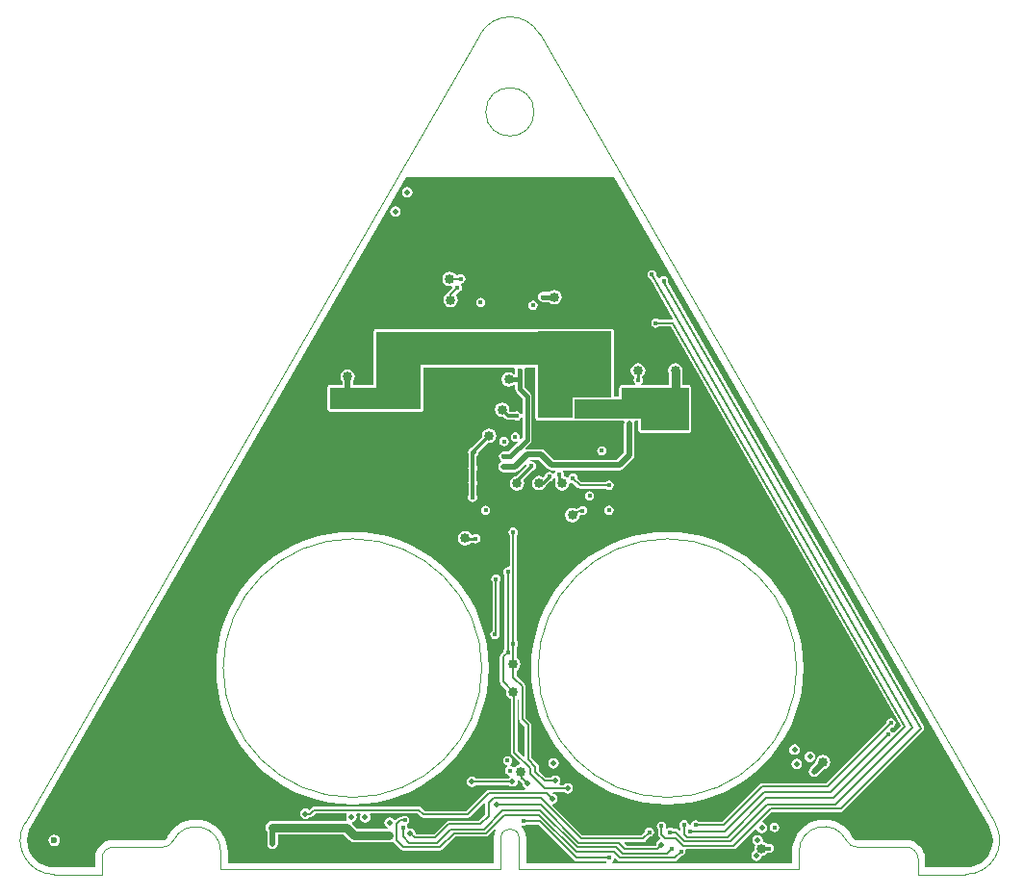
<source format=gbl>
G04*
G04 #@! TF.GenerationSoftware,Altium Limited,Altium Designer,19.0.12 (326)*
G04*
G04 Layer_Physical_Order=4*
G04 Layer_Color=16711680*
%FSLAX44Y44*%
%MOMM*%
G71*
G01*
G75*
%ADD19C,0.0500*%
%ADD79C,0.3810*%
%ADD80C,0.3048*%
%ADD81C,0.5080*%
%ADD82C,0.2540*%
%ADD83C,0.1778*%
%ADD84C,0.4318*%
%ADD120C,0.4064*%
%ADD121C,0.5080*%
%ADD122C,0.6000*%
%ADD129C,0.8500*%
%ADD130C,0.7620*%
%ADD131R,4.2164X3.7084*%
%ADD132R,5.9182X2.7178*%
%ADD133R,3.9878X6.8580*%
%ADD134R,3.2512X1.9812*%
%ADD135R,13.6144X2.9972*%
%ADD136R,1.5031X0.9652*%
%ADD137R,3.0480X1.9558*%
%ADD138R,6.5278X4.7244*%
%ADD139R,3.0226X3.1496*%
%ADD140R,5.0292X1.3208*%
%ADD141R,8.2804X1.6764*%
G36*
X409010Y123592D02*
Y106426D01*
X409236Y105286D01*
X409882Y104320D01*
X414090Y100112D01*
Y73873D01*
X412916Y73387D01*
X407600Y78704D01*
Y124228D01*
X407740Y124311D01*
X409010Y123592D01*
D02*
G37*
G36*
X379292Y32384D02*
Y22824D01*
X373551Y17083D01*
X346853D01*
X345713Y16856D01*
X344747Y16211D01*
X334054Y5518D01*
X318978D01*
X317844Y6088D01*
X317489Y7872D01*
X316478Y9384D01*
X314966Y10395D01*
X313182Y10750D01*
X312342Y10582D01*
X311273Y10714D01*
X310962Y11504D01*
X310800Y12319D01*
X310433Y12869D01*
X310020Y13779D01*
X310756Y14496D01*
X311286Y14850D01*
X312184Y16194D01*
X312500Y17780D01*
X312184Y19366D01*
X311286Y20710D01*
X309942Y21608D01*
X308356Y21924D01*
X306770Y21608D01*
X305498Y20758D01*
X304696D01*
X303556Y20531D01*
X302590Y19886D01*
X300540Y17836D01*
X298947Y18038D01*
X298444Y18790D01*
X296932Y19801D01*
X295148Y20156D01*
X293364Y19801D01*
X291852Y18790D01*
X290841Y17278D01*
X290486Y15494D01*
X290841Y13710D01*
X291852Y12198D01*
X293364Y11187D01*
X293367Y11187D01*
X293242Y9917D01*
X266731D01*
X261962Y14686D01*
X262380Y16064D01*
X263404Y16267D01*
X264916Y17278D01*
X265927Y18790D01*
X266282Y20574D01*
X265927Y22358D01*
X265784Y22572D01*
X266383Y23692D01*
X268785D01*
X269464Y22422D01*
X269251Y22104D01*
X268896Y20320D01*
X269251Y18536D01*
X270262Y17024D01*
X271774Y16013D01*
X273558Y15658D01*
X275342Y16013D01*
X276854Y17024D01*
X277865Y18536D01*
X278220Y20320D01*
X277865Y22104D01*
X277652Y22422D01*
X278331Y23692D01*
X319670D01*
X322608Y20754D01*
X323574Y20108D01*
X324714Y19882D01*
X363760D01*
X364900Y20108D01*
X365866Y20754D01*
X378022Y32910D01*
X379292Y32384D01*
D02*
G37*
G36*
X457626Y-17600D02*
X458593Y-18246D01*
X459732Y-18472D01*
X485501D01*
X486115Y-19091D01*
X485683Y-20361D01*
X415036D01*
Y2018D01*
X415036Y2018D01*
X415039D01*
X414557Y5681D01*
X413143Y9094D01*
X411009Y11875D01*
X411171Y12395D01*
X411656Y13041D01*
X412496Y12874D01*
X414082Y13190D01*
X415354Y14040D01*
X425987D01*
X457626Y-17600D01*
D02*
G37*
G36*
X492383Y583615D02*
X822438Y11943D01*
X822450Y11930D01*
X823916Y9186D01*
X825280Y4692D01*
X825740Y18D01*
X825280Y-4656D01*
X823916Y-9150D01*
X821702Y-13291D01*
X818723Y-16922D01*
X815093Y-19901D01*
X810951Y-22115D01*
X806457Y-23478D01*
X802142Y-23903D01*
X801784Y-23832D01*
X765934D01*
Y-15982D01*
X765853Y-15578D01*
X765584Y-12839D01*
X764667Y-9817D01*
X763178Y-7032D01*
X761175Y-4591D01*
X758734Y-2587D01*
X755948Y-1099D01*
X752926Y-182D01*
X750188Y88D01*
X749783Y168D01*
X706059D01*
X705891Y135D01*
X704560Y400D01*
X703289Y1249D01*
X702572Y2322D01*
X702572Y2322D01*
X702337Y2784D01*
X701960Y3400D01*
X700032Y6546D01*
X697166Y9901D01*
X693811Y12766D01*
X690049Y15072D01*
X685973Y16760D01*
X681682Y17790D01*
X677283Y18137D01*
X672885Y17790D01*
X668594Y16760D01*
X664518Y15072D01*
X660756Y12766D01*
X657401Y9901D01*
X654535Y6546D01*
X652230Y2784D01*
X650541Y-1293D01*
X649511Y-5583D01*
X649185Y-9720D01*
X649133Y-9982D01*
X649133D01*
X649133Y-9982D01*
Y-20361D01*
X490759D01*
X490373Y-19091D01*
X491372Y-18424D01*
X492270Y-17080D01*
X492419Y-16334D01*
X493797Y-15916D01*
X495480Y-17600D01*
X496446Y-18246D01*
X497586Y-18472D01*
X545547D01*
X546687Y-18246D01*
X547653Y-17600D01*
X551439Y-13814D01*
X552939Y-13515D01*
X554283Y-12617D01*
X555182Y-11273D01*
X555497Y-9687D01*
X555325Y-8820D01*
X556225Y-7550D01*
X597662D01*
X598802Y-7323D01*
X599768Y-6678D01*
X616673Y10228D01*
X618051Y9809D01*
X618185Y9138D01*
X619195Y7626D01*
X620708Y6615D01*
X622492Y6260D01*
X624276Y6615D01*
X625788Y7626D01*
X626798Y9138D01*
X627153Y10922D01*
X626798Y12706D01*
X625788Y14218D01*
X624276Y15229D01*
X623604Y15362D01*
X623186Y16740D01*
X631512Y25066D01*
X692000D01*
X693140Y25292D01*
X694106Y25938D01*
X764487Y96319D01*
X764594Y96480D01*
X764740Y96607D01*
X764914Y96959D01*
X765133Y97285D01*
X765170Y97475D01*
X765256Y97648D01*
X765283Y98040D01*
X765359Y98425D01*
X765322Y98615D01*
X765334Y98808D01*
X765209Y99180D01*
X765133Y99565D01*
X765025Y99726D01*
X764963Y99909D01*
X540047Y491293D01*
X540238Y492252D01*
X539922Y493838D01*
X539024Y495182D01*
X537680Y496080D01*
X536094Y496396D01*
X534508Y496080D01*
X533164Y495182D01*
X532618Y494365D01*
X531169Y494338D01*
X529800Y496721D01*
X529982Y497637D01*
X529667Y499222D01*
X528769Y500567D01*
X527424Y501465D01*
X525839Y501780D01*
X524253Y501465D01*
X522909Y500567D01*
X522010Y499222D01*
X521695Y497637D01*
X522010Y496051D01*
X522909Y494707D01*
X524253Y493809D01*
X524649Y493730D01*
X544528Y459137D01*
X544478Y458884D01*
X543779Y457892D01*
X532130D01*
X530858Y458742D01*
X529272Y459058D01*
X527686Y458742D01*
X526342Y457844D01*
X525444Y456500D01*
X525128Y454914D01*
X525444Y453328D01*
X526342Y451984D01*
X527686Y451086D01*
X529272Y450770D01*
X530858Y451086D01*
X532130Y451936D01*
X542546D01*
X744502Y100506D01*
X738597Y94601D01*
X737213Y95013D01*
X736466Y96132D01*
X735652Y96676D01*
X735359Y98179D01*
X736304Y99124D01*
X737805Y99423D01*
X739149Y100321D01*
X740047Y101665D01*
X740363Y103251D01*
X740047Y104837D01*
X739149Y106181D01*
X737805Y107079D01*
X736219Y107395D01*
X734633Y107079D01*
X733289Y106181D01*
X732391Y104837D01*
X732092Y103336D01*
X678978Y50222D01*
X622554D01*
X621414Y49995D01*
X620448Y49350D01*
X587538Y16440D01*
X567038D01*
X565766Y17290D01*
X564180Y17606D01*
X562594Y17290D01*
X561250Y16392D01*
X560352Y15048D01*
X560036Y13462D01*
X559222Y13309D01*
X558324Y13656D01*
X558008Y15241D01*
X557110Y16586D01*
X555766Y17484D01*
X554180Y17799D01*
X552594Y17484D01*
X551250Y16586D01*
X550352Y15241D01*
X550036Y13656D01*
X550352Y12070D01*
X551202Y10798D01*
Y8643D01*
X550028Y8157D01*
X548905Y9281D01*
X547939Y9926D01*
X546799Y10153D01*
X544640D01*
X543368Y11003D01*
X541782Y11318D01*
X540196Y11003D01*
X539076Y10254D01*
X538647Y10474D01*
X538023Y10976D01*
X538306Y12397D01*
X537990Y13983D01*
X537092Y15327D01*
X535748Y16225D01*
X534162Y16541D01*
X532576Y16225D01*
X531232Y15327D01*
X530334Y13983D01*
X530018Y12397D01*
X530334Y10812D01*
X531184Y9539D01*
Y5561D01*
X531410Y4421D01*
X532056Y3455D01*
X533419Y2091D01*
X533002Y713D01*
X532396Y593D01*
X530884Y-418D01*
X529873Y-1930D01*
X529518Y-3714D01*
X528551Y-4642D01*
X503392D01*
X501377Y-2628D01*
X501863Y-1454D01*
X518030D01*
X519169Y-1227D01*
X520135Y-582D01*
X523833Y3116D01*
X525334Y3414D01*
X526678Y4312D01*
X527576Y5657D01*
X527892Y7242D01*
X527576Y8828D01*
X526678Y10172D01*
X525334Y11071D01*
X523748Y11386D01*
X522162Y11071D01*
X520818Y10172D01*
X519920Y8828D01*
X519621Y7327D01*
X516796Y4502D01*
X464784D01*
X438581Y30705D01*
X438999Y32083D01*
X439934Y32269D01*
X441446Y33280D01*
X442457Y34792D01*
X442812Y36576D01*
X442457Y38360D01*
X441446Y39872D01*
X439934Y40883D01*
X438572Y41154D01*
X438336Y41472D01*
X438974Y42741D01*
X438977Y42742D01*
X448189D01*
X448402Y42424D01*
X449914Y41413D01*
X451698Y41058D01*
X453482Y41413D01*
X454994Y42424D01*
X456005Y43936D01*
X456360Y45720D01*
X456005Y47504D01*
X454994Y49016D01*
X453482Y50027D01*
X451698Y50382D01*
X449914Y50027D01*
X448402Y49016D01*
X448189Y48698D01*
X445293D01*
X444615Y49968D01*
X444997Y50540D01*
X445352Y52324D01*
X444997Y54108D01*
X443986Y55620D01*
X442474Y56631D01*
X440690Y56986D01*
X438906Y56631D01*
X437394Y55620D01*
X437181Y55302D01*
X432553D01*
X426396Y61459D01*
Y64580D01*
X426170Y65720D01*
X425524Y66686D01*
X420046Y72164D01*
Y101346D01*
X419819Y102486D01*
X419174Y103452D01*
X414966Y107660D01*
Y135163D01*
X414739Y136303D01*
X414094Y137269D01*
X406838Y144525D01*
Y149375D01*
X408389Y150411D01*
X409777Y152489D01*
X410265Y154940D01*
X409777Y157391D01*
X408389Y159469D01*
X406838Y160505D01*
Y170116D01*
X407688Y171388D01*
X408004Y172974D01*
X407688Y174560D01*
X406838Y175832D01*
Y268160D01*
X407688Y269432D01*
X408004Y271018D01*
X407688Y272604D01*
X406790Y273948D01*
X405446Y274846D01*
X403860Y275162D01*
X402274Y274846D01*
X400930Y273948D01*
X400032Y272604D01*
X399716Y271018D01*
X400032Y269432D01*
X400882Y268160D01*
Y241284D01*
X399612Y240249D01*
X399034Y240364D01*
X397448Y240048D01*
X396104Y239150D01*
X395206Y237806D01*
X394890Y236220D01*
X395206Y234634D01*
X396056Y233362D01*
Y168466D01*
X395206Y167194D01*
X394907Y165693D01*
X392864Y163650D01*
X392219Y162684D01*
X391992Y161544D01*
Y139446D01*
X392219Y138306D01*
X392864Y137340D01*
X397819Y132385D01*
X397455Y130556D01*
X397943Y128105D01*
X399331Y126027D01*
X401409Y124639D01*
X401644Y124592D01*
Y77470D01*
X401870Y76330D01*
X402516Y75364D01*
X409724Y68156D01*
X409306Y66778D01*
X407794Y66477D01*
X405716Y65089D01*
X405085Y64144D01*
X403816D01*
X402472Y65042D01*
X401239Y65287D01*
X400859Y66459D01*
X400857Y66560D01*
X401776Y67174D01*
X402674Y68518D01*
X402990Y70104D01*
X402674Y71690D01*
X401776Y73034D01*
X400432Y73932D01*
X398846Y74248D01*
X397260Y73932D01*
X395916Y73034D01*
X395018Y71690D01*
X394702Y70104D01*
X395018Y68518D01*
X395916Y67174D01*
X397260Y66276D01*
X398493Y66031D01*
X398873Y64859D01*
X398875Y64758D01*
X397956Y64144D01*
X397058Y62800D01*
X396743Y61214D01*
X397058Y59628D01*
X397956Y58284D01*
X399300Y57386D01*
X400547Y57138D01*
X400924Y56015D01*
X400929Y55866D01*
X399802Y55112D01*
X399505Y54667D01*
X370962D01*
X370834Y54858D01*
X369322Y55869D01*
X367538Y56224D01*
X365754Y55869D01*
X364242Y54858D01*
X363231Y53346D01*
X362876Y51562D01*
X363231Y49778D01*
X364242Y48266D01*
X365754Y47255D01*
X367538Y46900D01*
X369322Y47255D01*
X370834Y48266D01*
X371132Y48711D01*
X399674D01*
X399802Y48520D01*
X401314Y47509D01*
X403098Y47154D01*
X404882Y47509D01*
X406394Y48520D01*
X407405Y50032D01*
X407760Y51816D01*
X407677Y52234D01*
X407915Y52711D01*
X408750Y53348D01*
X408793Y53337D01*
X408866Y53291D01*
X409426Y52452D01*
X409519Y52359D01*
X409628Y52196D01*
X411719Y50105D01*
X411644Y49730D01*
X411999Y47946D01*
X413010Y46434D01*
X414182Y45650D01*
X413797Y44380D01*
X382302D01*
X381162Y44153D01*
X380196Y43508D01*
X362526Y25838D01*
X325947D01*
X323010Y28776D01*
X322044Y29422D01*
X320904Y29648D01*
X228346D01*
X227206Y29422D01*
X226240Y28776D01*
X224208Y26744D01*
X222815Y27675D01*
X221031Y28030D01*
X219248Y27675D01*
X217735Y26664D01*
X216725Y25152D01*
X216370Y23368D01*
X216725Y21584D01*
X217735Y20072D01*
X219248Y19061D01*
X221031Y18706D01*
X222815Y19061D01*
X224328Y20072D01*
X224479Y20298D01*
X224952D01*
X226092Y20524D01*
X227058Y21170D01*
X229580Y23692D01*
X256857D01*
X257456Y22572D01*
X257313Y22358D01*
X256958Y20574D01*
X257313Y18790D01*
X257505Y18503D01*
X256962Y17553D01*
X256754Y17341D01*
X191516D01*
X189237Y16887D01*
X187304Y15596D01*
X186013Y13663D01*
X185560Y11384D01*
X186013Y9105D01*
X187304Y7172D01*
X187332Y7153D01*
Y-3228D01*
X187687Y-5012D01*
X188698Y-6524D01*
X190210Y-7534D01*
X191994Y-7889D01*
X193778Y-7534D01*
X195290Y-6524D01*
X196301Y-5012D01*
X196656Y-3228D01*
Y5428D01*
X254373D01*
X260052Y-252D01*
X261984Y-1543D01*
X264264Y-1996D01*
X264264Y-1996D01*
X294386D01*
X296665Y-1543D01*
X297478Y-1000D01*
X298493Y-1420D01*
X299138Y-2386D01*
X304840Y-8088D01*
X305806Y-8734D01*
X306946Y-8960D01*
X339545D01*
X340685Y-8734D01*
X341651Y-8088D01*
X352878Y3139D01*
X379731D01*
X380871Y3365D01*
X381837Y4011D01*
X387595Y9769D01*
X388629Y9094D01*
X387215Y5681D01*
X386733Y2018D01*
X386736D01*
Y-20361D01*
X152639D01*
Y-9982D01*
X152587Y-9720D01*
X152261Y-5583D01*
X151231Y-1293D01*
X149543Y2784D01*
X147237Y6546D01*
X144372Y9901D01*
X141016Y12766D01*
X137254Y15072D01*
X133178Y16760D01*
X128887Y17790D01*
X124489Y18137D01*
X120090Y17790D01*
X115800Y16760D01*
X111723Y15072D01*
X107961Y12766D01*
X104606Y9901D01*
X101740Y6546D01*
X99812Y3400D01*
X99435Y2784D01*
X99200Y2322D01*
X99200Y2322D01*
X98483Y1249D01*
X97212Y400D01*
X95881Y135D01*
X95714Y168D01*
X51989D01*
X51584Y88D01*
X48846Y-182D01*
X45824Y-1099D01*
X43039Y-2587D01*
X40597Y-4591D01*
X38594Y-7032D01*
X37105Y-9817D01*
X36189Y-12839D01*
X35919Y-15578D01*
X35838Y-15982D01*
Y-23832D01*
X-11D01*
X-370Y-23903D01*
X-4685Y-23478D01*
X-9179Y-22115D01*
X-13321Y-19901D01*
X-16951Y-16922D01*
X-19930Y-13291D01*
X-22144Y-9150D01*
X-23507Y-4656D01*
X-23968Y18D01*
X-23507Y4692D01*
X-22144Y9186D01*
X-20677Y11930D01*
X-20666Y11943D01*
X309389Y583615D01*
X492383Y583615D01*
D02*
G37*
%LPC*%
G36*
X310642Y574892D02*
X308858Y574537D01*
X307346Y573526D01*
X306335Y572014D01*
X305980Y570230D01*
X306335Y568446D01*
X307346Y566934D01*
X308858Y565923D01*
X310642Y565568D01*
X312426Y565923D01*
X313938Y566934D01*
X314949Y568446D01*
X315304Y570230D01*
X314949Y572014D01*
X313938Y573526D01*
X312426Y574537D01*
X310642Y574892D01*
D02*
G37*
G36*
X300228Y557700D02*
X298444Y557345D01*
X296932Y556334D01*
X295921Y554822D01*
X295566Y553038D01*
X295921Y551254D01*
X296932Y549742D01*
X298444Y548732D01*
X300228Y548377D01*
X302012Y548732D01*
X303524Y549742D01*
X304535Y551254D01*
X304890Y553038D01*
X304535Y554822D01*
X303524Y556334D01*
X302012Y557345D01*
X300228Y557700D01*
D02*
G37*
G36*
X440182Y484433D02*
X437731Y483946D01*
X435653Y482557D01*
X435482Y482301D01*
X429514D01*
X427879Y481976D01*
X426492Y481050D01*
X425566Y479663D01*
X425241Y478028D01*
X425566Y476393D01*
X426492Y475006D01*
X427879Y474080D01*
X429514Y473755D01*
X435482D01*
X435653Y473499D01*
X437731Y472110D01*
X440182Y471623D01*
X442633Y472110D01*
X444711Y473499D01*
X446100Y475577D01*
X446587Y478028D01*
X446100Y480479D01*
X444711Y482557D01*
X442633Y483946D01*
X440182Y484433D01*
D02*
G37*
G36*
X347980Y500435D02*
X345529Y499948D01*
X343451Y498559D01*
X342062Y496481D01*
X341575Y494030D01*
X342062Y491579D01*
X343451Y489501D01*
X345529Y488112D01*
X347980Y487625D01*
X349052Y487838D01*
X350187Y486874D01*
X350178Y485936D01*
X346636Y482394D01*
X345990Y481428D01*
X345939Y481171D01*
X344213Y480017D01*
X342825Y477939D01*
X342337Y475488D01*
X342825Y473037D01*
X344213Y470959D01*
X346291Y469571D01*
X348742Y469083D01*
X351193Y469571D01*
X353271Y470959D01*
X354660Y473037D01*
X355147Y475488D01*
X354660Y477939D01*
X353271Y480017D01*
X353218Y480553D01*
X354923Y482257D01*
X356424Y482556D01*
X357768Y483454D01*
X358666Y484798D01*
X358982Y486384D01*
X358666Y487970D01*
X358178Y488700D01*
X358704Y490100D01*
X359218Y490202D01*
X360562Y491100D01*
X361460Y492444D01*
X361776Y494030D01*
X361460Y495616D01*
X360562Y496960D01*
X359218Y497858D01*
X357632Y498174D01*
X356046Y497858D01*
X354774Y497008D01*
X353545D01*
X352509Y498559D01*
X350431Y499948D01*
X347980Y500435D01*
D02*
G37*
G36*
X375158Y477346D02*
X373572Y477030D01*
X372228Y476132D01*
X371330Y474788D01*
X371014Y473202D01*
X371330Y471616D01*
X372228Y470272D01*
X373572Y469374D01*
X375158Y469058D01*
X376744Y469374D01*
X378088Y470272D01*
X378986Y471616D01*
X379302Y473202D01*
X378986Y474788D01*
X378088Y476132D01*
X376744Y477030D01*
X375158Y477346D01*
D02*
G37*
G36*
X421320Y474778D02*
X419734Y474462D01*
X418390Y473564D01*
X417491Y472220D01*
X417176Y470634D01*
X417491Y469048D01*
X418390Y467704D01*
X419734Y466806D01*
X421320Y466490D01*
X422905Y466806D01*
X424249Y467704D01*
X425148Y469048D01*
X425463Y470634D01*
X425148Y472220D01*
X424249Y473564D01*
X422905Y474462D01*
X421320Y474778D01*
D02*
G37*
G36*
X490728Y449620D02*
X282702D01*
X281909Y449462D01*
X281237Y449013D01*
X280788Y448341D01*
X280630Y447548D01*
Y400852D01*
X262726D01*
Y403593D01*
X263981Y405473D01*
X264469Y407924D01*
X263981Y410375D01*
X262593Y412453D01*
X260515Y413842D01*
X258064Y414329D01*
X255613Y413842D01*
X253535Y412453D01*
X252146Y410375D01*
X251659Y407924D01*
X252146Y405473D01*
X253402Y403593D01*
Y400852D01*
X242570D01*
X241777Y400694D01*
X241105Y400245D01*
X240656Y399573D01*
X240498Y398780D01*
Y379222D01*
X240656Y378429D01*
X241105Y377757D01*
X241777Y377308D01*
X242570Y377150D01*
X271097D01*
X271241Y377054D01*
X272034Y376896D01*
X322580D01*
X323373Y377054D01*
X324045Y377503D01*
X324494Y378175D01*
X324652Y378968D01*
Y415504D01*
X404650D01*
X405499Y414234D01*
X405304Y413258D01*
X405434Y412607D01*
Y410540D01*
X404841Y410205D01*
X404164Y410021D01*
X402247Y411301D01*
X399796Y411789D01*
X397345Y411301D01*
X395267Y409913D01*
X393879Y407835D01*
X393391Y405384D01*
X393879Y402933D01*
X395267Y400855D01*
X397345Y399467D01*
X399796Y398979D01*
X402247Y399467D01*
X404164Y400747D01*
X404841Y400563D01*
X405434Y400228D01*
Y397002D01*
X405739Y395466D01*
X406610Y394164D01*
X412038Y388735D01*
Y374932D01*
X410768Y374807D01*
X410736Y374966D01*
X409838Y376310D01*
X408494Y377208D01*
X406908Y377524D01*
X405322Y377208D01*
X405019Y377006D01*
X401044D01*
X400147Y377902D01*
X400359Y378968D01*
X399871Y381419D01*
X398483Y383497D01*
X396405Y384885D01*
X393954Y385373D01*
X391503Y384885D01*
X389425Y383497D01*
X388036Y381419D01*
X387549Y378968D01*
X388036Y376517D01*
X389425Y374439D01*
X391503Y373050D01*
X393954Y372563D01*
X395020Y372775D01*
X396978Y370816D01*
X398154Y370030D01*
X399542Y369754D01*
X399542Y369754D01*
X405019D01*
X405322Y369552D01*
X406908Y369236D01*
X408494Y369552D01*
X409838Y370450D01*
X410736Y371794D01*
X410768Y371953D01*
X412038Y371828D01*
Y354215D01*
X410560Y352737D01*
X410169Y352921D01*
X409513Y353485D01*
X409782Y354838D01*
X409466Y356424D01*
X408568Y357768D01*
X407224Y358666D01*
X405638Y358982D01*
X404052Y358666D01*
X402708Y357768D01*
X401810Y356424D01*
X401494Y354838D01*
X401810Y353252D01*
X402708Y351908D01*
X404052Y351010D01*
X405638Y350694D01*
X406991Y350963D01*
X407555Y350307D01*
X407739Y349916D01*
X399657Y341834D01*
X395875D01*
X395224Y341964D01*
X393638Y341648D01*
X392294Y340750D01*
X391396Y339406D01*
X391080Y337820D01*
X391396Y336234D01*
X392294Y334890D01*
X393594Y334021D01*
X393625Y333820D01*
X393542Y332716D01*
X393464Y332701D01*
X391952Y331690D01*
X390941Y330178D01*
X390586Y328394D01*
X390941Y326610D01*
X391952Y325098D01*
X393464Y324087D01*
X395248Y323732D01*
X405356D01*
X407140Y324087D01*
X408652Y325098D01*
X414394Y330840D01*
X415664Y330314D01*
Y329673D01*
X406136Y320145D01*
X404711Y319862D01*
X402633Y318473D01*
X401245Y316395D01*
X400757Y313944D01*
X401245Y311493D01*
X402633Y309415D01*
X404711Y308027D01*
X407162Y307539D01*
X409613Y308027D01*
X411691Y309415D01*
X413079Y311493D01*
X413567Y313944D01*
X413079Y316395D01*
X412610Y317097D01*
X420707Y325194D01*
X421522Y325356D01*
X422866Y326254D01*
X423764Y327598D01*
X424080Y329184D01*
X423764Y330770D01*
X422866Y332114D01*
X421522Y333012D01*
X419936Y333328D01*
X419240Y333189D01*
X418452Y334327D01*
X418673Y334682D01*
X426425D01*
X434204Y326904D01*
X435716Y325893D01*
X437500Y325538D01*
X440555D01*
X440859Y325093D01*
X441117Y324268D01*
X440370Y323150D01*
X440257Y322585D01*
X438909Y322317D01*
X438473Y322970D01*
X437129Y323868D01*
X435543Y324184D01*
X433957Y323868D01*
X432613Y322970D01*
X431715Y321626D01*
X431553Y320811D01*
X430165Y319423D01*
X429011Y320193D01*
X426560Y320681D01*
X424109Y320193D01*
X422031Y318805D01*
X420643Y316727D01*
X420155Y314276D01*
X420643Y311825D01*
X422031Y309747D01*
X424109Y308358D01*
X426560Y307871D01*
X429011Y308358D01*
X431089Y309747D01*
X432477Y311825D01*
X432574Y312310D01*
X436314Y316050D01*
X437129Y316212D01*
X438473Y317110D01*
X439107Y318058D01*
X440364Y318433D01*
X440661Y318426D01*
X440831Y318286D01*
Y317040D01*
X441016Y316113D01*
X440635Y314198D01*
X441123Y311747D01*
X442511Y309669D01*
X444589Y308281D01*
X447040Y307793D01*
X449491Y308281D01*
X451569Y309669D01*
X452957Y311747D01*
X453445Y314198D01*
X454610Y314849D01*
X454852Y314688D01*
X456353Y314389D01*
X460428Y310314D01*
X461394Y309669D01*
X462534Y309442D01*
X485076D01*
X486348Y308592D01*
X487934Y308276D01*
X489520Y308592D01*
X490864Y309490D01*
X491762Y310834D01*
X492078Y312420D01*
X491762Y314006D01*
X490864Y315350D01*
X489520Y316248D01*
X487934Y316564D01*
X486348Y316248D01*
X485076Y315398D01*
X463768D01*
X460565Y318601D01*
X460266Y320102D01*
X459368Y321446D01*
X458024Y322344D01*
X456438Y322660D01*
X454852Y322344D01*
X453508Y321446D01*
X452610Y320102D01*
X452494Y319520D01*
X452407Y319446D01*
X451103Y319038D01*
X449491Y320116D01*
X448108Y320391D01*
X448342Y321564D01*
X448026Y323150D01*
X447279Y324268D01*
X447537Y325093D01*
X447841Y325538D01*
X497167D01*
X498951Y325893D01*
X500464Y326904D01*
X509264Y335704D01*
X510275Y337217D01*
X510630Y339001D01*
Y366584D01*
X510397Y367752D01*
X511249Y369022D01*
X514056D01*
Y360680D01*
X514214Y359887D01*
X514663Y359215D01*
X515335Y358766D01*
X516128Y358608D01*
X558292D01*
X559085Y358766D01*
X559757Y359215D01*
X560206Y359887D01*
X560364Y360680D01*
Y398272D01*
X560206Y399065D01*
X559757Y399737D01*
X559085Y400186D01*
X558292Y400344D01*
X552310D01*
Y411003D01*
X552759Y413258D01*
X552271Y415709D01*
X550883Y417787D01*
X548805Y419175D01*
X546354Y419663D01*
X543903Y419175D01*
X541825Y417787D01*
X540437Y415709D01*
X539949Y413258D01*
X540397Y411003D01*
Y400344D01*
X516660D01*
X516275Y401614D01*
X516772Y401946D01*
X517670Y403290D01*
X517986Y404876D01*
X517670Y406462D01*
X517209Y407152D01*
Y408122D01*
X518117Y408729D01*
X519506Y410807D01*
X519993Y413258D01*
X519506Y415709D01*
X518117Y417787D01*
X516039Y419175D01*
X513588Y419663D01*
X511137Y419175D01*
X509059Y417787D01*
X507671Y415709D01*
X507183Y413258D01*
X507671Y410807D01*
X509059Y408729D01*
X510475Y407783D01*
Y407152D01*
X510014Y406462D01*
X509698Y404876D01*
X510014Y403290D01*
X510912Y401946D01*
X511409Y401614D01*
X511024Y400344D01*
X499110D01*
X498317Y400186D01*
X497645Y399737D01*
X497196Y399065D01*
X497038Y398272D01*
Y392402D01*
X496993Y392176D01*
Y390184D01*
X492800D01*
Y403098D01*
Y447548D01*
X492642Y448341D01*
X492193Y449013D01*
X491521Y449462D01*
X490728Y449620D01*
D02*
G37*
G36*
X382778Y362259D02*
X380327Y361772D01*
X378249Y360383D01*
X376861Y358305D01*
X376373Y355854D01*
X376585Y354788D01*
X367338Y345542D01*
X366770Y345429D01*
X365258Y344418D01*
X364247Y342906D01*
X363892Y341122D01*
X364247Y339338D01*
X364384Y339133D01*
Y328956D01*
X364126Y327660D01*
X364384Y326363D01*
Y315852D01*
X364156Y314706D01*
X364384Y313560D01*
Y303641D01*
X364182Y303338D01*
X363866Y301752D01*
X364182Y300166D01*
X365080Y298822D01*
X366424Y297924D01*
X368010Y297608D01*
X369596Y297924D01*
X370940Y298822D01*
X371838Y300166D01*
X372154Y301752D01*
X371838Y303338D01*
X371636Y303641D01*
Y312383D01*
X372128Y313120D01*
X372444Y314706D01*
X372128Y316292D01*
X371636Y317029D01*
Y325382D01*
X372098Y326074D01*
X372414Y327660D01*
X372098Y329246D01*
X371636Y329938D01*
Y337682D01*
X371850Y337826D01*
X372861Y339338D01*
X373216Y341122D01*
X373209Y341157D01*
X381712Y349661D01*
X382778Y349449D01*
X385229Y349936D01*
X387307Y351325D01*
X388695Y353403D01*
X389183Y355854D01*
X388695Y358305D01*
X387307Y360383D01*
X385229Y361772D01*
X382778Y362259D01*
D02*
G37*
G36*
X395732Y354918D02*
X394146Y354602D01*
X392802Y353704D01*
X391904Y352360D01*
X391588Y350774D01*
X391904Y349188D01*
X392802Y347844D01*
X394146Y346946D01*
X395732Y346630D01*
X397318Y346946D01*
X398662Y347844D01*
X399560Y349188D01*
X399876Y350774D01*
X399560Y352360D01*
X398662Y353704D01*
X397318Y354602D01*
X395732Y354918D01*
D02*
G37*
G36*
X470916Y307160D02*
X469330Y306844D01*
X467986Y305946D01*
X467088Y304602D01*
X466772Y303016D01*
X467088Y301430D01*
X467986Y300086D01*
X469330Y299188D01*
X470916Y298872D01*
X472502Y299188D01*
X473846Y300086D01*
X474744Y301430D01*
X475060Y303016D01*
X474744Y304602D01*
X473846Y305946D01*
X472502Y306844D01*
X470916Y307160D01*
D02*
G37*
G36*
X464566Y294212D02*
X462980Y293896D01*
X461636Y292998D01*
X461376Y292609D01*
X461250D01*
X460110Y292382D01*
X459144Y291737D01*
X458899Y291492D01*
X458256Y291922D01*
X455804Y292409D01*
X453353Y291922D01*
X451275Y290533D01*
X449887Y288455D01*
X449399Y286004D01*
X449887Y283553D01*
X451275Y281475D01*
X453353Y280086D01*
X455804Y279599D01*
X458256Y280086D01*
X460334Y281475D01*
X461722Y283553D01*
X462073Y285319D01*
X462281Y285529D01*
X463333Y286137D01*
X463435Y286149D01*
X464566Y285924D01*
X466152Y286240D01*
X467496Y287138D01*
X468394Y288482D01*
X468710Y290068D01*
X468394Y291654D01*
X467496Y292998D01*
X466152Y293896D01*
X464566Y294212D01*
D02*
G37*
G36*
X487934Y294466D02*
X486348Y294150D01*
X485004Y293252D01*
X484106Y291908D01*
X483790Y290322D01*
X484106Y288736D01*
X485004Y287392D01*
X486348Y286494D01*
X487934Y286178D01*
X489520Y286494D01*
X490864Y287392D01*
X491762Y288736D01*
X492078Y290322D01*
X491762Y291908D01*
X490864Y293252D01*
X489520Y294150D01*
X487934Y294466D01*
D02*
G37*
G36*
X379476D02*
X377890Y294150D01*
X376546Y293252D01*
X375648Y291908D01*
X375332Y290322D01*
X375648Y288736D01*
X376546Y287392D01*
X377890Y286494D01*
X379476Y286178D01*
X381062Y286494D01*
X382406Y287392D01*
X383304Y288736D01*
X383620Y290322D01*
X383304Y291908D01*
X382406Y293252D01*
X381062Y294150D01*
X379476Y294466D01*
D02*
G37*
G36*
X361442Y272207D02*
X358991Y271719D01*
X356913Y270331D01*
X355524Y268253D01*
X355037Y265802D01*
X355524Y263351D01*
X356913Y261273D01*
X358991Y259884D01*
X361442Y259397D01*
X363893Y259884D01*
X365971Y261273D01*
X366329Y261809D01*
X368564D01*
X369254Y261348D01*
X370840Y261032D01*
X372426Y261348D01*
X373770Y262246D01*
X374668Y263590D01*
X374984Y265176D01*
X374668Y266762D01*
X373770Y268106D01*
X372426Y269004D01*
X370840Y269320D01*
X369254Y269004D01*
X368564Y268543D01*
X367166D01*
X365971Y270331D01*
X363893Y271719D01*
X361442Y272207D01*
D02*
G37*
G36*
X388366Y234014D02*
X386780Y233698D01*
X385436Y232800D01*
X384538Y231456D01*
X384222Y229870D01*
X384538Y228284D01*
X385388Y227012D01*
Y184417D01*
X384812Y184032D01*
X383914Y182688D01*
X383599Y181102D01*
X383914Y179516D01*
X384812Y178172D01*
X386157Y177274D01*
X387742Y176958D01*
X389328Y177274D01*
X390672Y178172D01*
X391571Y179516D01*
X391886Y181102D01*
X391571Y182688D01*
X391344Y183026D01*
Y227012D01*
X392194Y228284D01*
X392510Y229870D01*
X392194Y231456D01*
X391296Y232800D01*
X389952Y233698D01*
X388366Y234014D01*
D02*
G37*
G36*
X651256Y84672D02*
X649472Y84317D01*
X647960Y83306D01*
X646949Y81794D01*
X646594Y80010D01*
X646949Y78226D01*
X647960Y76714D01*
X649472Y75703D01*
X651256Y75348D01*
X653040Y75703D01*
X654552Y76714D01*
X655563Y78226D01*
X655918Y80010D01*
X655563Y81794D01*
X654552Y83306D01*
X653040Y84317D01*
X651256Y84672D01*
D02*
G37*
G36*
X439198Y72226D02*
X437414Y71871D01*
X435902Y70860D01*
X434891Y69348D01*
X434536Y67564D01*
X434891Y65780D01*
X435902Y64268D01*
X437414Y63257D01*
X439198Y62902D01*
X440982Y63257D01*
X442494Y64268D01*
X443505Y65780D01*
X443860Y67564D01*
X443505Y69348D01*
X442494Y70860D01*
X440982Y71871D01*
X439198Y72226D01*
D02*
G37*
G36*
X653034Y71718D02*
X651250Y71363D01*
X649738Y70352D01*
X648727Y68840D01*
X648372Y67056D01*
X648727Y65272D01*
X649738Y63760D01*
X651250Y62749D01*
X653034Y62394D01*
X654818Y62749D01*
X656330Y63760D01*
X657341Y65272D01*
X657696Y67056D01*
X657341Y68840D01*
X656330Y70352D01*
X654818Y71363D01*
X653034Y71718D01*
D02*
G37*
G36*
X664815Y78068D02*
X663031Y77713D01*
X661518Y76702D01*
X660508Y75190D01*
X660153Y73406D01*
X660508Y71622D01*
X661518Y70110D01*
X663031Y69099D01*
X664815Y68744D01*
X666599Y69099D01*
X668111Y70110D01*
X668639Y70900D01*
X668959Y71378D01*
X670155Y70883D01*
X670045Y70333D01*
X669743Y68812D01*
X669835Y68351D01*
X665232Y63748D01*
X664221Y62236D01*
X663866Y60452D01*
X664221Y58668D01*
X665232Y57156D01*
X666744Y56145D01*
X668528Y55790D01*
X670312Y56145D01*
X671824Y57156D01*
X677306Y62637D01*
X678599Y62894D01*
X680677Y64283D01*
X682066Y66361D01*
X682553Y68812D01*
X682066Y71263D01*
X680677Y73341D01*
X678599Y74729D01*
X676148Y75217D01*
X673697Y74729D01*
X671619Y73341D01*
X670713Y71985D01*
X670393Y71507D01*
X669197Y72002D01*
X669306Y72552D01*
X669476Y73406D01*
X669121Y75190D01*
X668111Y76702D01*
X666599Y77713D01*
X664815Y78068D01*
D02*
G37*
G36*
X539390Y271376D02*
X528940Y270920D01*
X518570Y269555D01*
X508359Y267291D01*
X498383Y264146D01*
X488720Y260143D01*
X479442Y255313D01*
X470620Y249693D01*
X462322Y243326D01*
X454611Y236259D01*
X447544Y228548D01*
X441177Y220250D01*
X435557Y211428D01*
X430727Y202150D01*
X426725Y192487D01*
X423579Y182511D01*
X421315Y172300D01*
X419950Y161930D01*
X419494Y151480D01*
X419950Y141030D01*
X421315Y130660D01*
X423579Y120449D01*
X426725Y110473D01*
X430727Y100810D01*
X435557Y91532D01*
X441177Y82710D01*
X447544Y74412D01*
X454611Y66701D01*
X462322Y59634D01*
X470620Y53267D01*
X479442Y47647D01*
X488720Y42817D01*
X498383Y38814D01*
X508359Y35669D01*
X518570Y33405D01*
X528940Y32040D01*
X539390Y31584D01*
X549840Y32040D01*
X560210Y33405D01*
X570421Y35669D01*
X580397Y38814D01*
X590060Y42817D01*
X599338Y47647D01*
X608160Y53267D01*
X616458Y59634D01*
X624169Y66701D01*
X631236Y74412D01*
X637603Y82710D01*
X643223Y91532D01*
X648053Y100810D01*
X652056Y110473D01*
X655201Y120449D01*
X657465Y130660D01*
X658830Y141030D01*
X659286Y151480D01*
X658830Y161930D01*
X657465Y172300D01*
X655201Y182511D01*
X652056Y192487D01*
X648053Y202150D01*
X643223Y211428D01*
X637603Y220250D01*
X631236Y228548D01*
X624169Y236259D01*
X616458Y243326D01*
X608160Y249693D01*
X599338Y255313D01*
X590060Y260143D01*
X580397Y264146D01*
X570421Y267291D01*
X560210Y269555D01*
X549840Y270920D01*
X539390Y271376D01*
D02*
G37*
G36*
X262390D02*
X251940Y270920D01*
X241570Y269555D01*
X231359Y267291D01*
X221383Y264146D01*
X211720Y260143D01*
X202442Y255313D01*
X193620Y249693D01*
X185322Y243326D01*
X177611Y236259D01*
X170544Y228548D01*
X164177Y220250D01*
X158557Y211428D01*
X153727Y202150D01*
X149725Y192487D01*
X146579Y182511D01*
X144315Y172300D01*
X142950Y161930D01*
X142494Y151480D01*
X142950Y141030D01*
X144315Y130660D01*
X146579Y120449D01*
X149725Y110473D01*
X153727Y100810D01*
X158557Y91532D01*
X164177Y82710D01*
X170544Y74412D01*
X177611Y66701D01*
X185322Y59634D01*
X193620Y53267D01*
X202442Y47647D01*
X211720Y42817D01*
X221383Y38814D01*
X231359Y35669D01*
X241570Y33405D01*
X251940Y32040D01*
X262390Y31584D01*
X272840Y32040D01*
X283210Y33405D01*
X293421Y35669D01*
X303397Y38814D01*
X313060Y42817D01*
X322338Y47647D01*
X331160Y53267D01*
X339458Y59634D01*
X347169Y66701D01*
X354236Y74412D01*
X360603Y82710D01*
X366223Y91532D01*
X371053Y100810D01*
X375056Y110473D01*
X378201Y120449D01*
X380465Y130660D01*
X381830Y141030D01*
X382286Y151480D01*
X381830Y161930D01*
X380465Y172300D01*
X378201Y182511D01*
X375056Y192487D01*
X371053Y202150D01*
X366223Y211428D01*
X360603Y220250D01*
X354236Y228548D01*
X347169Y236259D01*
X339458Y243326D01*
X331160Y249693D01*
X322338Y255313D01*
X313060Y260143D01*
X303397Y264146D01*
X293421Y267291D01*
X283210Y269555D01*
X272840Y270920D01*
X262390Y271376D01*
D02*
G37*
G36*
X633805Y15523D02*
X632220Y15208D01*
X630875Y14310D01*
X629977Y12966D01*
X629662Y11380D01*
X629977Y9794D01*
X630875Y8450D01*
X632220Y7552D01*
X633805Y7236D01*
X635391Y7552D01*
X636735Y8450D01*
X637634Y9794D01*
X637949Y11380D01*
X637634Y12966D01*
X636735Y14310D01*
X635391Y15208D01*
X633805Y15523D01*
D02*
G37*
G36*
X0Y5131D02*
X-1963Y4740D01*
X-3628Y3628D01*
X-4740Y1963D01*
X-5131Y0D01*
X-4740Y-1963D01*
X-3628Y-3628D01*
X-1963Y-4740D01*
X0Y-5131D01*
X1963Y-4740D01*
X3628Y-3628D01*
X4740Y-1963D01*
X5131Y0D01*
X4740Y1963D01*
X3628Y3628D01*
X1963Y4740D01*
X0Y5131D01*
D02*
G37*
G36*
X618744Y4472D02*
X616960Y4117D01*
X615448Y3106D01*
X614437Y1594D01*
X614082Y-190D01*
X614437Y-1974D01*
X615448Y-3486D01*
X616754Y-4359D01*
X616382Y-4915D01*
X615895Y-7366D01*
X616249Y-9145D01*
X616198Y-9155D01*
X614686Y-10166D01*
X613675Y-11678D01*
X613320Y-13462D01*
X613675Y-15246D01*
X614686Y-16758D01*
X616198Y-17769D01*
X617982Y-18124D01*
X619766Y-17769D01*
X621278Y-16758D01*
X622289Y-15246D01*
X622594Y-13713D01*
X624751Y-13283D01*
X626829Y-11895D01*
X627472Y-10933D01*
X627482Y-10940D01*
X629068Y-11256D01*
X630653Y-10940D01*
X631998Y-10042D01*
X632896Y-8698D01*
X633211Y-7112D01*
X632896Y-5526D01*
X631998Y-4182D01*
X630653Y-3284D01*
X629068Y-2968D01*
X627482Y-3284D01*
X627237Y-3447D01*
X626829Y-2837D01*
X624751Y-1449D01*
X623216Y-1143D01*
X623406Y-190D01*
X623051Y1594D01*
X622040Y3106D01*
X620528Y4117D01*
X618744Y4472D01*
D02*
G37*
%LPD*%
G36*
X423378Y400304D02*
Y371348D01*
X423536Y370555D01*
X423985Y369883D01*
X424657Y369434D01*
X425450Y369276D01*
X455676D01*
X456469Y369434D01*
X456819Y369668D01*
X457169Y369434D01*
X457962Y369276D01*
X498173D01*
X498317Y369180D01*
X499110Y369022D01*
X500687D01*
X501539Y367752D01*
X501306Y366584D01*
Y340932D01*
X495237Y334862D01*
X439431D01*
X431652Y342640D01*
X430140Y343651D01*
X428356Y344006D01*
X416306D01*
X415817Y343908D01*
X414369Y344900D01*
X414324Y345147D01*
X418890Y349714D01*
X419761Y351016D01*
X420066Y352552D01*
Y390398D01*
X419761Y391934D01*
X418890Y393236D01*
X413462Y398665D01*
Y412607D01*
X413592Y413258D01*
X413397Y414234D01*
X414246Y415504D01*
X423378D01*
Y400304D01*
D02*
G37*
%LPC*%
G36*
X481640Y346790D02*
X480054Y346474D01*
X478710Y345576D01*
X477812Y344232D01*
X477496Y342646D01*
X477812Y341060D01*
X478710Y339716D01*
X480054Y338818D01*
X481640Y338502D01*
X483226Y338818D01*
X484570Y339716D01*
X485468Y341060D01*
X485784Y342646D01*
X485468Y344232D01*
X484570Y345576D01*
X483226Y346474D01*
X481640Y346790D01*
D02*
G37*
%LPD*%
D19*
X422136Y640793D02*
G03*
X422136Y640793I-21250J0D01*
G01*
X426867Y709393D02*
G03*
X374905Y709393I-25981J-15000D01*
G01*
X-25992Y15018D02*
G03*
X-11Y-29982I25981J-15000D01*
G01*
X376136Y151476D02*
G03*
X376136Y151476I-113750J0D01*
G01*
X653136D02*
G03*
X653136Y151476I-113750J0D01*
G01*
X801784Y-29982D02*
G03*
X827764Y15018I0J30000D01*
G01*
X759783Y-15982D02*
G03*
X749783Y-5982I-10000J0D01*
G01*
X697066Y-357D02*
G03*
X655284Y-9982I-19783J-9625D01*
G01*
X697066Y-357D02*
G03*
X706059Y-5982I8992J4375D01*
G01*
X408886Y2018D02*
G03*
X392886Y2018I-8000J0D01*
G01*
X146489Y-9982D02*
G03*
X104706Y-357I-22000J0D01*
G01*
X95714Y-5982D02*
G03*
X104706Y-357I0J10000D01*
G01*
X51989Y-5982D02*
G03*
X41989Y-15982I0J-10000D01*
G01*
X-25992Y15018D02*
X374905Y709393D01*
X-11Y-29982D02*
X41989D01*
X426867Y709393D02*
X827764Y15018D01*
X759783Y-29982D02*
X801784D01*
X759783D02*
Y-15982D01*
X706059Y-5982D02*
X749783D01*
X655284Y-24982D02*
Y-9982D01*
X408886Y-24982D02*
X655284D01*
X408886D02*
Y2018D01*
X392886Y-24982D02*
Y2018D01*
X146489Y-24982D02*
X392886D01*
X51989Y-5982D02*
X95714D01*
X146489Y-24982D02*
Y-9982D01*
X41989Y-29982D02*
Y-15982D01*
D79*
X409448Y397002D02*
X416052Y390398D01*
Y352552D02*
Y390398D01*
X401320Y337820D02*
X416052Y352552D01*
X395224Y337820D02*
X401320D01*
X473916Y472440D02*
X474472D01*
X468122Y478234D02*
X473916Y472440D01*
X409448Y397002D02*
Y413258D01*
X407862Y405384D02*
X409448Y406970D01*
Y413258D01*
X399796Y405384D02*
X407862D01*
D80*
X628941Y-7239D02*
X629068Y-7112D01*
X622427Y-7239D02*
X628941D01*
X622300Y-7366D02*
X622427Y-7239D01*
X368010Y341086D02*
X382778Y355854D01*
X368010Y301752D02*
Y341086D01*
X393954Y378968D02*
X399542Y373380D01*
X406908D01*
D81*
X395248Y328394D02*
X405356D01*
X416306Y339344D01*
X668528Y60452D02*
X676148Y68072D01*
Y68812D01*
X258064Y391414D02*
X260350Y389128D01*
X258064Y391414D02*
Y407924D01*
X505968Y339001D02*
Y366584D01*
X497167Y330200D02*
X505968Y339001D01*
X437500Y330200D02*
X497167D01*
X428356Y339344D02*
X437500Y330200D01*
X416306Y339344D02*
X428356D01*
X191516Y11384D02*
X191994Y10906D01*
Y-3228D02*
Y10906D01*
D82*
X513588Y413258D02*
X513842Y413004D01*
Y404876D02*
Y413004D01*
X407162Y313944D02*
Y316410D01*
X419936Y329184D01*
X444198Y317040D02*
X447040Y314198D01*
X444198Y317040D02*
Y321564D01*
X429779Y314276D02*
X435543Y320040D01*
X426560Y314276D02*
X429779D01*
X361442Y265802D02*
X362068Y265176D01*
X370840D01*
D83*
X220472Y23276D02*
X224952D01*
X320904Y26670D02*
X324714Y22860D01*
X228346Y26670D02*
X320904D01*
X224952Y23276D02*
X228346Y26670D01*
X411988Y106426D02*
Y135163D01*
X403860Y143292D02*
X411988Y135163D01*
X403860Y143292D02*
Y154940D01*
X411988Y106426D02*
X417068Y101346D01*
X394970Y139446D02*
X404622Y129794D01*
Y77470D02*
Y129794D01*
Y77470D02*
X418846Y63246D01*
X423418Y60225D02*
Y64580D01*
X417068Y70930D02*
X423418Y64580D01*
X417068Y70930D02*
Y101346D01*
X423418Y60225D02*
X431319Y52324D01*
X440690D01*
X418846Y58674D02*
Y63246D01*
Y58674D02*
X431800Y45720D01*
X411532Y54558D02*
X411734Y54356D01*
X411532Y54558D02*
Y59273D01*
X410246Y60560D02*
X411532Y59273D01*
X411734Y54302D02*
Y54356D01*
Y54302D02*
X416306Y49730D01*
X416599Y50023D01*
X431800Y45720D02*
X451698D01*
X433324Y41402D02*
X438150Y36576D01*
X382302Y41402D02*
X433324D01*
X363760Y22860D02*
X382302Y41402D01*
X536069Y492238D02*
X762381Y98425D01*
X313274Y6180D02*
X316913Y2540D01*
X427990Y37084D02*
X463550Y1524D01*
X386334Y37084D02*
X427990D01*
X382270Y33020D02*
X386334Y37084D01*
X382270Y21590D02*
Y33020D01*
X324714Y22860D02*
X363760D01*
X463550Y1524D02*
X518030D01*
X523748Y7242D01*
X402971Y51689D02*
X403098Y51816D01*
X367665Y51689D02*
X402971D01*
X367538Y51562D02*
X367665Y51689D01*
X316913Y2540D02*
X335288D01*
X346853Y14105D01*
X374785D01*
X382270Y21590D01*
X427874Y31358D02*
X461264Y-2032D01*
X389595Y31358D02*
X427874D01*
X461264Y-2032D02*
X496570D01*
X502158Y-7620D01*
X530274D01*
X534180Y-3714D01*
X306946Y-5982D02*
X339545D01*
X301244Y-280D02*
X306946Y-5982D01*
X301244Y-280D02*
Y14328D01*
X306972Y3491D02*
X312494Y-2032D01*
X306972Y3491D02*
Y10734D01*
X312494Y-2032D02*
X337094D01*
X348850Y9724D01*
X339545Y-5982D02*
X351644Y6117D01*
X304696Y17780D02*
X308864D01*
X348850Y9724D02*
X377913D01*
X301244Y14328D02*
X304696Y17780D01*
X307919Y17343D02*
X308356Y17780D01*
X351644Y6117D02*
X379731D01*
X377913Y9724D02*
X394605Y26416D01*
X395966Y22352D02*
X426556D01*
X379731Y6117D02*
X395966Y22352D01*
X500380Y-11938D02*
X539114D01*
X543623Y-7429D01*
X494538Y-6096D02*
X500380Y-11938D01*
X459994Y-6096D02*
X494538D01*
X426556Y22352D02*
X459195Y-10287D01*
X427482Y26416D02*
X459994Y-6096D01*
X394605Y26416D02*
X427482D01*
X492379Y-10287D02*
X497586Y-15494D01*
X459195Y-10287D02*
X492379D01*
X459732Y-15494D02*
X488442D01*
X427220Y17018D02*
X459732Y-15494D01*
X412496Y17018D02*
X427220D01*
X497586Y-15494D02*
X545547D01*
X551353Y-9687D01*
X534162Y5561D02*
X537705Y2018D01*
X546799D01*
X553389Y-4572D01*
X597662D01*
X554482Y-508D02*
X595122D01*
X546799Y7175D02*
X554482Y-508D01*
X541782Y7175D02*
X546799D01*
X556677Y2794D02*
X592074D01*
X554180Y5291D02*
X556677Y2794D01*
X554180Y5291D02*
Y13656D01*
X595122Y-508D02*
X627380Y31750D01*
X534162Y5561D02*
Y12397D01*
X597662Y-4572D02*
X630278Y28044D01*
X592074Y2794D02*
X626364Y37084D01*
X559180Y8128D02*
X590114D01*
X624543Y42557D01*
X464129Y289631D02*
X464566Y290068D01*
X461250Y289631D02*
X464129D01*
X457623Y286004D02*
X461250Y289631D01*
X455804Y286004D02*
X457623D01*
X525839Y497637D02*
X754888Y99060D01*
X544283Y454891D02*
X748221Y100013D01*
X685292Y37084D02*
X748221Y100013D01*
X626364Y37084D02*
X685292D01*
X692000Y28044D02*
X762381Y98425D01*
X630278Y28044D02*
X692000D01*
X687578Y31750D02*
X754888Y99060D01*
X627380Y31750D02*
X687578D01*
X680212Y47244D02*
X736219Y103251D01*
X622554Y47244D02*
X680212D01*
X529272Y454914D02*
X544283D01*
X682891Y42557D02*
X733536Y93202D01*
X624543Y42557D02*
X682891D01*
X588772Y13462D02*
X622554Y47244D01*
X564180Y13462D02*
X588772D01*
X399034Y165608D02*
Y236220D01*
X388366Y181726D02*
Y229870D01*
X387742Y181102D02*
X388366Y181726D01*
X394970Y139446D02*
Y161544D01*
X399034Y165608D01*
X403860Y154940D02*
Y172974D01*
Y271018D01*
X348742Y480288D02*
X354838Y486384D01*
X348742Y475488D02*
Y480288D01*
X347980Y494030D02*
X357632D01*
X462534Y312420D02*
X487934D01*
X456438Y318516D02*
X462534Y312420D01*
D84*
X429514Y478028D02*
X440182D01*
D120*
X370388Y357770D02*
D03*
X399034Y82042D02*
D03*
X523748Y7242D02*
D03*
X405638Y354838D02*
D03*
X395732Y350774D02*
D03*
X395224Y337820D02*
D03*
X379476Y290322D02*
D03*
X368010Y301752D02*
D03*
X368300Y314706D02*
D03*
X368270Y327660D02*
D03*
X488442Y-15494D02*
D03*
X412496Y17018D02*
D03*
X543623Y-7429D02*
D03*
X551353Y-9687D02*
D03*
X541782Y7175D02*
D03*
X534162Y12397D02*
D03*
X559180Y8128D02*
D03*
X308356Y17780D02*
D03*
X306972Y10734D02*
D03*
X464566Y290068D02*
D03*
X629068Y-7112D02*
D03*
X633805Y11380D02*
D03*
X733536Y93202D02*
D03*
X736219Y103251D02*
D03*
X536094Y492252D02*
D03*
X525839Y497637D02*
D03*
X529272Y454914D02*
D03*
X554180Y13656D02*
D03*
X564180Y13462D02*
D03*
X406908Y373380D02*
D03*
X399034Y236220D02*
D03*
X388366Y229870D02*
D03*
X487934Y290322D02*
D03*
X455422Y398272D02*
D03*
X479552Y403860D02*
D03*
X472948Y398272D02*
D03*
X464198Y403352D02*
D03*
X393700Y305308D02*
D03*
X409448Y413258D02*
D03*
X530098Y321564D02*
D03*
X505968Y366584D02*
D03*
X211328Y-11684D02*
D03*
X375158Y473202D02*
D03*
X502158Y304918D02*
D03*
X410392Y90932D02*
D03*
X423926Y85852D02*
D03*
X433070Y77216D02*
D03*
X408686Y496824D02*
D03*
X417392Y497332D02*
D03*
X444198Y321564D02*
D03*
X435543Y320040D02*
D03*
X354838Y486384D02*
D03*
X357632Y494030D02*
D03*
X385572Y502666D02*
D03*
X400558Y494792D02*
D03*
X251714Y382778D02*
D03*
Y395382D02*
D03*
X260350Y389128D02*
D03*
X268986Y383286D02*
D03*
X268224Y395478D02*
D03*
X419936Y329184D02*
D03*
X370840Y265176D02*
D03*
X400886Y61214D02*
D03*
X398846Y70104D02*
D03*
X513842Y404876D02*
D03*
X192532Y23114D02*
D03*
X191994Y-3228D02*
D03*
X487934Y312420D02*
D03*
X452882Y302094D02*
D03*
X470916Y303016D02*
D03*
X387742Y181102D02*
D03*
X403860Y271018D02*
D03*
X399034Y165608D02*
D03*
X403860Y172974D02*
D03*
X456438Y318516D02*
D03*
X555498Y366268D02*
D03*
Y375666D02*
D03*
Y385318D02*
D03*
X546122Y371094D02*
D03*
X546862Y380492D02*
D03*
X538352Y366522D02*
D03*
X538226Y375666D02*
D03*
Y385318D02*
D03*
X411164Y203250D02*
D03*
X411265Y260096D02*
D03*
X429514Y478028D02*
D03*
X421320Y470634D02*
D03*
X596620Y344678D02*
D03*
X586232Y344932D02*
D03*
X592836Y353568D02*
D03*
X586740Y361950D02*
D03*
X253746Y368046D02*
D03*
Y354330D02*
D03*
X236220Y353940D02*
D03*
X245110Y361950D02*
D03*
X235712Y368300D02*
D03*
X227004Y361950D02*
D03*
X354330Y364490D02*
D03*
X394208Y316992D02*
D03*
X487006Y396494D02*
D03*
X480060Y392430D02*
D03*
X490982Y384810D02*
D03*
X477578Y385064D02*
D03*
X484124Y378968D02*
D03*
X490728Y373888D02*
D03*
X477578Y374396D02*
D03*
X464566Y392430D02*
D03*
X450596Y388620D02*
D03*
X452882Y381254D02*
D03*
X366865Y364490D02*
D03*
X514858Y305308D02*
D03*
X529844Y305680D02*
D03*
X520954Y314620D02*
D03*
X509016D02*
D03*
X496062Y314706D02*
D03*
X490914Y339598D02*
D03*
X530352Y332486D02*
D03*
X481640Y342646D02*
D03*
X487680Y366268D02*
D03*
X479552Y364744D02*
D03*
X470662Y380904D02*
D03*
X463038Y385064D02*
D03*
X423418Y362966D02*
D03*
D121*
X395248Y328394D02*
D03*
X273558Y20320D02*
D03*
X261620Y20574D02*
D03*
X477068Y21844D02*
D03*
X339344Y299212D02*
D03*
Y310468D02*
D03*
Y321326D02*
D03*
Y331470D02*
D03*
X339598Y342208D02*
D03*
X318770Y296744D02*
D03*
X293878Y4064D02*
D03*
X416306Y49730D02*
D03*
X439198Y67564D02*
D03*
X308787Y548506D02*
D03*
X319024Y564642D02*
D03*
X310642Y570230D02*
D03*
X300228Y553038D02*
D03*
X451698Y45720D02*
D03*
X440690Y52324D02*
D03*
X438150Y36576D02*
D03*
X221031Y23368D02*
D03*
X295148Y15494D02*
D03*
X460756Y36068D02*
D03*
X668528Y60452D02*
D03*
X664815Y73406D02*
D03*
X651256Y80010D02*
D03*
X653034Y67056D02*
D03*
X367538Y51562D02*
D03*
X403098Y51816D02*
D03*
X313182Y6088D02*
D03*
X389595Y31201D02*
D03*
X534180Y-3714D02*
D03*
X367284Y68580D02*
D03*
X340106Y15494D02*
D03*
X355914Y57150D02*
D03*
X356616Y29210D02*
D03*
X356108Y41912D02*
D03*
X343154Y41910D02*
D03*
X472186Y43180D02*
D03*
X484930Y37338D02*
D03*
X473710Y30734D02*
D03*
X617982Y-13462D02*
D03*
X618744Y-190D02*
D03*
X622492Y10922D02*
D03*
X474472Y472440D02*
D03*
X368554Y341122D02*
D03*
X447802Y-13548D02*
D03*
X434295Y-12954D02*
D03*
X432700Y1457D02*
D03*
X659638Y21082D02*
D03*
X653034Y13830D02*
D03*
X421249Y10368D02*
D03*
X384556Y68580D02*
D03*
X422402Y-6350D02*
D03*
X451698Y350270D02*
D03*
X461698Y340270D02*
D03*
X441698D02*
D03*
X461698Y360270D02*
D03*
X441698D02*
D03*
D122*
X0Y0D02*
D03*
D129*
X447040Y314198D02*
D03*
X348742Y475488D02*
D03*
X407162Y313944D02*
D03*
X382778Y355854D02*
D03*
X393954Y378968D02*
D03*
X258064Y407924D02*
D03*
X403860Y130556D02*
D03*
X455804Y286004D02*
D03*
X361442Y265802D02*
D03*
X403860Y154940D02*
D03*
X399796Y405384D02*
D03*
X546354Y413258D02*
D03*
X676148Y68812D02*
D03*
X513588Y413258D02*
D03*
X468122Y478234D02*
D03*
X440182Y478028D02*
D03*
X622300Y-7366D02*
D03*
X347980Y494030D02*
D03*
X410246Y60560D02*
D03*
X426560Y314276D02*
D03*
D130*
X264264Y3960D02*
X294386D01*
X256840Y11384D02*
X264264Y3960D01*
X546354Y384302D02*
Y413258D01*
X191516Y11384D02*
X256840D01*
D131*
X537210Y379222D02*
D03*
D132*
X528701Y384683D02*
D03*
D133*
X302641Y413258D02*
D03*
D134*
X288290Y388874D02*
D03*
D135*
X359664Y432562D02*
D03*
D136*
X506581Y387350D02*
D03*
D137*
X257810Y389001D02*
D03*
D138*
X458089Y423926D02*
D03*
D139*
X440563Y387096D02*
D03*
D140*
X465582Y396494D02*
D03*
D141*
X499364Y379730D02*
D03*
M02*

</source>
